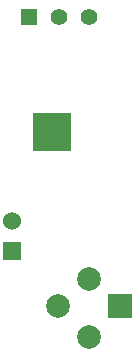
<source format=gbs>
G04 (created by PCBNEW (2013-07-24 BZR 4024)-stable) date Tue 25 Nov 2014 11:30:04 AM NZDT*
%MOIN*%
G04 Gerber Fmt 3.4, Leading zero omitted, Abs format*
%FSLAX34Y34*%
G01*
G70*
G90*
G04 APERTURE LIST*
%ADD10C,0.00590551*%
%ADD11R,0.0787402X0.0787402*%
%ADD12C,0.0787402*%
%ADD13R,0.125984X0.125984*%
%ADD14R,0.055X0.055*%
%ADD15C,0.055*%
%ADD16R,0.06X0.06*%
%ADD17C,0.06*%
G04 APERTURE END LIST*
G54D10*
G54D11*
X27791Y-27850D03*
G54D12*
X25744Y-27850D03*
X26767Y-28874D03*
X26767Y-26944D03*
G54D13*
X25547Y-22062D03*
G54D14*
X24783Y-18204D03*
G54D15*
X25783Y-18204D03*
X26783Y-18204D03*
G54D16*
X24208Y-26027D03*
G54D17*
X24208Y-25027D03*
M02*

</source>
